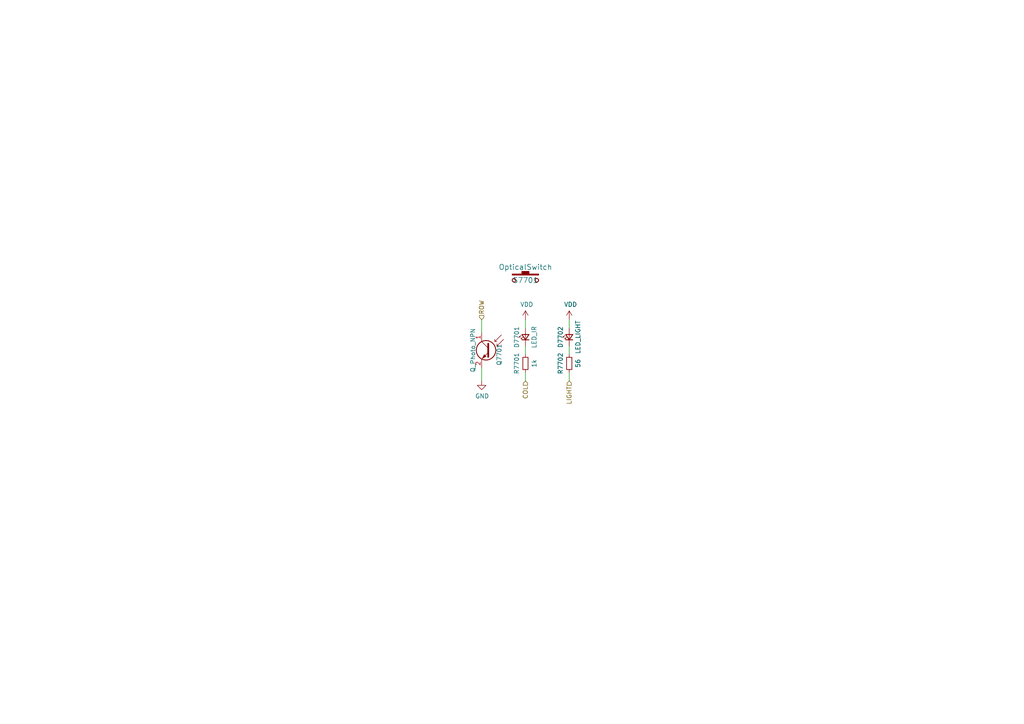
<source format=kicad_sch>
(kicad_sch (version 20211123) (generator eeschema)
  (paper "A4")
  (title_block (title "75PercentMoreSalad") (date "2021-11-24") (rev "A") (comment 1 "CC-BY-SA 3.0") (comment 2 "(c) Jost Salathé"))
  (lib_symbols
    (symbol "Device:LED_Small" (pin_numbers hide) (pin_names (offset 0.254) hide)
      (property "Reference" "D" (at -1.27 3.175 0))
      (property "Value" "LED_Small" (at -4.445 -2.54 0))
      (symbol "LED_Small_0_1"
        (polyline (pts (xy -0.762 -1.016) (xy -0.762 1.016)) (stroke (width 0.254)))
        (polyline (pts (xy 1.016 0) (xy -0.762 0)))
        (polyline (pts (xy 0.762 -1.016) (xy -0.762 0) (xy 0.762 1.016) (xy 0.762 -1.016)) (stroke (width 0.254)))
        (polyline (pts (xy 0 0.762) (xy -0.508 1.27) (xy -0.254 1.27) (xy -0.508 1.27) (xy -0.508 1.016)))
        (polyline (pts (xy 0.508 1.27) (xy 0 1.778) (xy 0.254 1.778) (xy 0 1.778) (xy 0 1.524)))
      )
      (symbol "LED_Small_1_1"
        (pin passive line (at -2.54 0 0) (length 1.778) (name "K") (number "1"))
        (pin passive line (at 2.54 0 180) (length 1.778) (name "A") (number "2"))
      )
    )
    (symbol "Device:Q_Photo_NPN" (pin_names (offset 0) hide)
      (property "Reference" "Q" (at 5.08 1.27 0))
      (property "Value" "Q_Photo_NPN" (at 5.08 -1.27 0))
      (symbol "Q_Photo_NPN_0_1"
        (polyline (pts (xy -1.905 1.27) (xy -2.54 1.27)))
        (polyline (pts (xy -1.27 2.54) (xy -1.905 2.54)))
        (polyline (pts (xy 0.635 0.635) (xy 2.54 2.54)))
        (polyline (pts (xy -3.81 3.175) (xy -1.905 1.27) (xy -1.905 1.905)))
        (polyline (pts (xy -3.175 4.445) (xy -1.27 2.54) (xy -1.27 3.175)))
        (polyline (pts (xy 0.635 -0.635) (xy 2.54 -2.54) (xy 2.54 -2.54)))
        (polyline (pts (xy 0.635 1.905) (xy 0.635 -1.905) (xy 0.635 -1.905)) (stroke (width 0.508)))
        (polyline (pts (xy 1.27 -1.778) (xy 1.778 -1.27) (xy 2.286 -2.286) (xy 1.27 -1.778) (xy 1.27 -1.778)) (fill (type outline)))
        (circle (center 1.27 0) (radius 2.8194) (stroke (width 0.254)))
      )
      (symbol "Q_Photo_NPN_1_1"
        (pin passive line (at 2.54 5.08 270) (length 2.54) (name "C") (number "1"))
        (pin passive line (at 2.54 -5.08 90) (length 2.54) (name "E") (number "2"))
      )
    )
    (symbol "Device:R_Small" (pin_numbers hide) (pin_names (offset 0.254) hide)
      (property "Reference" "R" (at 0.762 0.508 0))
      (property "Value" "R_Small" (at 0.762 -1.016 0))
      (symbol "R_Small_0_1"
        (rectangle (start -0.762 1.778) (end 0.762 -1.778) (stroke (width 0.2032)))
      )
      (symbol "R_Small_1_1"
        (pin passive line (at 0 2.54 270) (length 0.762) (name "~") (number "1"))
        (pin passive line (at 0 -2.54 90) (length 0.762) (name "~") (number "2"))
      )
    )
    (symbol "nrfmicro:OpticalSwitch" (pin_names (offset 1.016))
      (property "Reference" "S" (at 0 2.54 0))
      (property "Value" "OpticalSwitch" (at 0 -3.81 0))
      (symbol "OpticalSwitch_0_1"
        (polyline (pts (xy -3.81 0.508) (xy -3.81 0.254) (xy 3.81 0.254) (xy 3.81 0.508) (xy 1.016 0.508) (xy 1.016 1.27) (xy -1.016 1.27) (xy -1.016 0.508) (xy -3.81 0.508)) (stroke (width 0.254)) (fill (type outline)))
      )
      (symbol "OpticalSwitch_1_1"
        (arc (start -3.5814 -1.7018) (mid -3.0578 -1.7227) (end -2.794 -1.27) (stroke (width 0.254)))
        (arc (start -3.5814 -0.8128) (mid -3.8378 -1.2573) (end -3.5814 -1.7018) (stroke (width 0.254)))
        (arc (start -2.794 -1.27) (mid -3.0607 -0.8226) (end -3.5814 -0.8128) (stroke (width 0.254)))
        (arc (start 3.0226 -1.7018) (mid 3.5462 -1.7227) (end 3.81 -1.27) (stroke (width 0.254)))
        (arc (start 3.0226 -0.8128) (mid 2.7662 -1.2573) (end 3.0226 -1.7018) (stroke (width 0.254)))
        (arc (start 3.81 -1.27) (mid 3.5433 -0.8226) (end 3.0226 -0.8128) (stroke (width 0.254)))
      )
    )
    (symbol "power:GND" (power) (pin_names (offset 0))
      (property "Value" "GND" (at 0 -3.81 0))
      (symbol "GND_0_1"
        (polyline (pts (xy 0 0) (xy 0 -1.27) (xy 1.27 -1.27) (xy 0 -2.54) (xy -1.27 -1.27) (xy 0 -1.27)))
      )
      (symbol "GND_1_1"
        (pin power_in line (at 0 0 270) (length 0) hide (name "GND") (number "1"))
      )
    )
    (symbol "power:VDD" (power) (pin_names (offset 0))
      (property "Value" "VDD" (at 0 3.81 0))
      (symbol "VDD_0_1"
        (polyline (pts (xy -0.762 1.27) (xy 0 2.54)))
        (polyline (pts (xy 0 0) (xy 0 2.54)))
        (polyline (pts (xy 0 2.54) (xy 0.762 1.27)))
      )
      (symbol "VDD_1_1"
        (pin power_in line (at 0 0 90) (length 0) hide (name "VDD") (number "1"))
      )
    )
  )
  (wire (pts (xy 152.4 92.71) (xy 152.4 95.25)))
  (wire (pts (xy 165.1 102.87) (xy 165.1 100.33)))
  (wire (pts (xy 165.1 95.25) (xy 165.1 92.71)))
  (wire (pts (xy 139.7 92.71) (xy 139.7 96.52)))
  (wire (pts (xy 139.7 110.49) (xy 139.7 106.68)))
  (wire (pts (xy 152.4 107.95) (xy 152.4 110.49)))
  (wire (pts (xy 165.1 110.49) (xy 165.1 107.95)))
  (wire (pts (xy 152.4 100.33) (xy 152.4 102.87)))
  (hierarchical_label "ROW" (shape input) (at 139.7 92.71 90))
  (hierarchical_label "LIGHT" (shape input) (at 165.1 110.49 270))
  (hierarchical_label "COL" (shape input) (at 152.4 110.49 270))
  (symbol (lib_id "Device:LED_Small") (at 152.4 97.79 90)
    (property "Reference" "D7701" (at 149.86 97.79 0))
    (property "Value" "LED_IR" (at 154.94 97.79 0))
  )
  (symbol (lib_id "Device:Q_Photo_NPN") (at 142.24 101.6 0) (mirror y)
    (property "Reference" "Q7701" (at 144.78 102.87 90))
    (property "Value" "Q_Photo_NPN" (at 137.16 101.6 90))
  )
  (symbol (lib_id "Device:R_Small") (at 152.4 105.41 0)
    (property "Reference" "R7701" (at 149.86 105.41 90))
    (property "Value" "1k" (at 154.94 105.41 90))
    (property "Footprint" "Resistor_SMD:R_0805_2012Metric" (effects hide))
  )
  (symbol (lib_id "power:GND") (at 139.7 110.49 0)
    (property "Reference" "#PWR07701" (effects hide))
    (property "Value" "GND" (at 139.827 114.8842 0))
  )
  (symbol (lib_id "Device:LED_Small") (at 165.1 97.79 90)
    (property "Reference" "D7702" (at 162.56 97.79 0))
    (property "Value" "LED_LIGHT" (at 167.64 97.79 0))
  )
  (symbol (lib_id "Device:R_Small") (at 165.1 105.41 0)
    (property "Reference" "R7702" (at 162.56 105.41 90))
    (property "Value" "56" (at 167.64 105.41 90))
    (property "Footprint" "Resistor_SMD:R_0805_2012Metric" (effects hide))
  )
  (symbol (lib_id "nrfmicro:OpticalSwitch") (at 152.4 80.01 0)
    (property "Reference" "S7701" (at 152.4 81.28 0) (effects (font (size 1.524 1.524))))
    (property "Value" "OpticalSwitch" (at 152.4 77.47 0) (effects (font (size 1.524 1.524))))
    (property "Footprint" "nrfmicro:KeychronLowProfileOpticalSwitch" (effects hide))
  )
  (symbol (lib_id "power:VDD") (at 152.4 92.71 0)
    (property "Reference" "#PWR055" (effects hide))
    (property "Value" "VDD" (at 152.781 88.3158 0))
  )
  (symbol (lib_id "power:VDD") (at 165.1 92.71 0)
    (property "Reference" "#PWR056" (effects hide))
    (property "Value" "VDD" (at 165.481 88.3158 0))
  )
)
</source>
